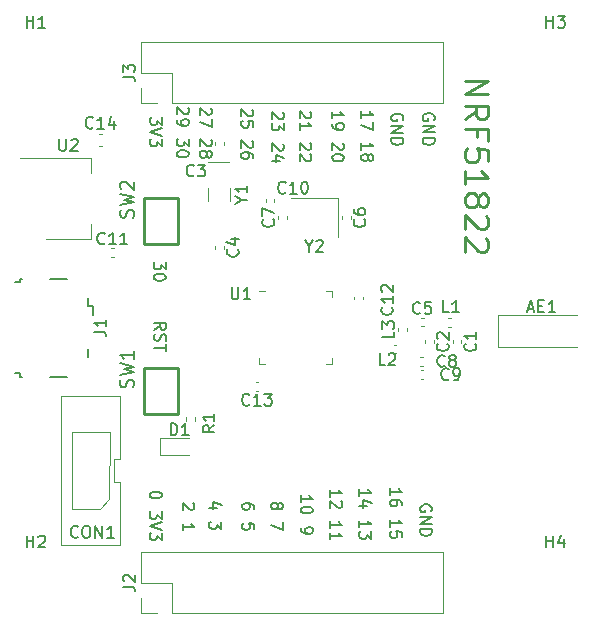
<source format=gbr>
%TF.GenerationSoftware,KiCad,Pcbnew,(5.1.12-1-10_14)*%
%TF.CreationDate,2022-01-30T11:33:22+08:00*%
%TF.ProjectId,nrf51822_devboard,6e726635-3138-4323-925f-646576626f61,rev?*%
%TF.SameCoordinates,Original*%
%TF.FileFunction,Legend,Top*%
%TF.FilePolarity,Positive*%
%FSLAX46Y46*%
G04 Gerber Fmt 4.6, Leading zero omitted, Abs format (unit mm)*
G04 Created by KiCad (PCBNEW (5.1.12-1-10_14)) date 2022-01-30 11:33:22*
%MOMM*%
%LPD*%
G01*
G04 APERTURE LIST*
%ADD10C,0.250000*%
%ADD11C,0.150000*%
%ADD12C,0.254000*%
%ADD13C,0.120000*%
%ADD14C,0.152400*%
G04 APERTURE END LIST*
D10*
X139315238Y-54119523D02*
X141315238Y-54119523D01*
X139315238Y-55262380D01*
X141315238Y-55262380D01*
X139315238Y-57357619D02*
X140267619Y-56690952D01*
X139315238Y-56214761D02*
X141315238Y-56214761D01*
X141315238Y-56976666D01*
X141220000Y-57167142D01*
X141124761Y-57262380D01*
X140934285Y-57357619D01*
X140648571Y-57357619D01*
X140458095Y-57262380D01*
X140362857Y-57167142D01*
X140267619Y-56976666D01*
X140267619Y-56214761D01*
X140362857Y-58881428D02*
X140362857Y-58214761D01*
X139315238Y-58214761D02*
X141315238Y-58214761D01*
X141315238Y-59167142D01*
X141315238Y-60881428D02*
X141315238Y-59929047D01*
X140362857Y-59833809D01*
X140458095Y-59929047D01*
X140553333Y-60119523D01*
X140553333Y-60595714D01*
X140458095Y-60786190D01*
X140362857Y-60881428D01*
X140172380Y-60976666D01*
X139696190Y-60976666D01*
X139505714Y-60881428D01*
X139410476Y-60786190D01*
X139315238Y-60595714D01*
X139315238Y-60119523D01*
X139410476Y-59929047D01*
X139505714Y-59833809D01*
X139315238Y-62881428D02*
X139315238Y-61738571D01*
X139315238Y-62310000D02*
X141315238Y-62310000D01*
X141029523Y-62119523D01*
X140839047Y-61929047D01*
X140743809Y-61738571D01*
X140458095Y-64024285D02*
X140553333Y-63833809D01*
X140648571Y-63738571D01*
X140839047Y-63643333D01*
X140934285Y-63643333D01*
X141124761Y-63738571D01*
X141220000Y-63833809D01*
X141315238Y-64024285D01*
X141315238Y-64405238D01*
X141220000Y-64595714D01*
X141124761Y-64690952D01*
X140934285Y-64786190D01*
X140839047Y-64786190D01*
X140648571Y-64690952D01*
X140553333Y-64595714D01*
X140458095Y-64405238D01*
X140458095Y-64024285D01*
X140362857Y-63833809D01*
X140267619Y-63738571D01*
X140077142Y-63643333D01*
X139696190Y-63643333D01*
X139505714Y-63738571D01*
X139410476Y-63833809D01*
X139315238Y-64024285D01*
X139315238Y-64405238D01*
X139410476Y-64595714D01*
X139505714Y-64690952D01*
X139696190Y-64786190D01*
X140077142Y-64786190D01*
X140267619Y-64690952D01*
X140362857Y-64595714D01*
X140458095Y-64405238D01*
X141124761Y-65548095D02*
X141220000Y-65643333D01*
X141315238Y-65833809D01*
X141315238Y-66310000D01*
X141220000Y-66500476D01*
X141124761Y-66595714D01*
X140934285Y-66690952D01*
X140743809Y-66690952D01*
X140458095Y-66595714D01*
X139315238Y-65452857D01*
X139315238Y-66690952D01*
X141124761Y-67452857D02*
X141220000Y-67548095D01*
X141315238Y-67738571D01*
X141315238Y-68214761D01*
X141220000Y-68405238D01*
X141124761Y-68500476D01*
X140934285Y-68595714D01*
X140743809Y-68595714D01*
X140458095Y-68500476D01*
X139315238Y-67357619D01*
X139315238Y-68595714D01*
D11*
X113047619Y-75162380D02*
X113523809Y-74829047D01*
X113047619Y-74590952D02*
X114047619Y-74590952D01*
X114047619Y-74971904D01*
X114000000Y-75067142D01*
X113952380Y-75114761D01*
X113857142Y-75162380D01*
X113714285Y-75162380D01*
X113619047Y-75114761D01*
X113571428Y-75067142D01*
X113523809Y-74971904D01*
X113523809Y-74590952D01*
X113095238Y-75543333D02*
X113047619Y-75686190D01*
X113047619Y-75924285D01*
X113095238Y-76019523D01*
X113142857Y-76067142D01*
X113238095Y-76114761D01*
X113333333Y-76114761D01*
X113428571Y-76067142D01*
X113476190Y-76019523D01*
X113523809Y-75924285D01*
X113571428Y-75733809D01*
X113619047Y-75638571D01*
X113666666Y-75590952D01*
X113761904Y-75543333D01*
X113857142Y-75543333D01*
X113952380Y-75590952D01*
X114000000Y-75638571D01*
X114047619Y-75733809D01*
X114047619Y-75971904D01*
X114000000Y-76114761D01*
X114047619Y-76400476D02*
X114047619Y-76971904D01*
X113047619Y-76686190D02*
X114047619Y-76686190D01*
X114007619Y-69450476D02*
X114007619Y-70069523D01*
X113626666Y-69736190D01*
X113626666Y-69879047D01*
X113579047Y-69974285D01*
X113531428Y-70021904D01*
X113436190Y-70069523D01*
X113198095Y-70069523D01*
X113102857Y-70021904D01*
X113055238Y-69974285D01*
X113007619Y-69879047D01*
X113007619Y-69593333D01*
X113055238Y-69498095D01*
X113102857Y-69450476D01*
X114007619Y-70688571D02*
X114007619Y-70783809D01*
X113960000Y-70879047D01*
X113912380Y-70926666D01*
X113817142Y-70974285D01*
X113626666Y-71021904D01*
X113388571Y-71021904D01*
X113198095Y-70974285D01*
X113102857Y-70926666D01*
X113055238Y-70879047D01*
X113007619Y-70783809D01*
X113007619Y-70688571D01*
X113055238Y-70593333D01*
X113102857Y-70545714D01*
X113198095Y-70498095D01*
X113388571Y-70450476D01*
X113626666Y-70450476D01*
X113817142Y-70498095D01*
X113912380Y-70545714D01*
X113960000Y-70593333D01*
X114007619Y-70688571D01*
X113657619Y-89130476D02*
X113657619Y-89225714D01*
X113610000Y-89320952D01*
X113562380Y-89368571D01*
X113467142Y-89416190D01*
X113276666Y-89463809D01*
X113038571Y-89463809D01*
X112848095Y-89416190D01*
X112752857Y-89368571D01*
X112705238Y-89320952D01*
X112657619Y-89225714D01*
X112657619Y-89130476D01*
X112705238Y-89035238D01*
X112752857Y-88987619D01*
X112848095Y-88940000D01*
X113038571Y-88892380D01*
X113276666Y-88892380D01*
X113467142Y-88940000D01*
X113562380Y-88987619D01*
X113610000Y-89035238D01*
X113657619Y-89130476D01*
X113657619Y-90559047D02*
X113657619Y-91178095D01*
X113276666Y-90844761D01*
X113276666Y-90987619D01*
X113229047Y-91082857D01*
X113181428Y-91130476D01*
X113086190Y-91178095D01*
X112848095Y-91178095D01*
X112752857Y-91130476D01*
X112705238Y-91082857D01*
X112657619Y-90987619D01*
X112657619Y-90701904D01*
X112705238Y-90606666D01*
X112752857Y-90559047D01*
X113657619Y-91463809D02*
X112657619Y-91797142D01*
X113657619Y-92130476D01*
X113657619Y-92368571D02*
X113657619Y-92987619D01*
X113276666Y-92654285D01*
X113276666Y-92797142D01*
X113229047Y-92892380D01*
X113181428Y-92940000D01*
X113086190Y-92987619D01*
X112848095Y-92987619D01*
X112752857Y-92940000D01*
X112705238Y-92892380D01*
X112657619Y-92797142D01*
X112657619Y-92511428D01*
X112705238Y-92416190D01*
X112752857Y-92368571D01*
X116342380Y-89877142D02*
X116390000Y-89924761D01*
X116437619Y-90020000D01*
X116437619Y-90258095D01*
X116390000Y-90353333D01*
X116342380Y-90400952D01*
X116247142Y-90448571D01*
X116151904Y-90448571D01*
X116009047Y-90400952D01*
X115437619Y-89829523D01*
X115437619Y-90448571D01*
X115437619Y-92162857D02*
X115437619Y-91591428D01*
X115437619Y-91877142D02*
X116437619Y-91877142D01*
X116294761Y-91781904D01*
X116199523Y-91686666D01*
X116151904Y-91591428D01*
X118384285Y-90243333D02*
X117717619Y-90243333D01*
X118765238Y-90005238D02*
X118050952Y-89767142D01*
X118050952Y-90386190D01*
X118717619Y-91433809D02*
X118717619Y-92052857D01*
X118336666Y-91719523D01*
X118336666Y-91862380D01*
X118289047Y-91957619D01*
X118241428Y-92005238D01*
X118146190Y-92052857D01*
X117908095Y-92052857D01*
X117812857Y-92005238D01*
X117765238Y-91957619D01*
X117717619Y-91862380D01*
X117717619Y-91576666D01*
X117765238Y-91481428D01*
X117812857Y-91433809D01*
X121507619Y-90323333D02*
X121507619Y-90132857D01*
X121460000Y-90037619D01*
X121412380Y-89990000D01*
X121269523Y-89894761D01*
X121079047Y-89847142D01*
X120698095Y-89847142D01*
X120602857Y-89894761D01*
X120555238Y-89942380D01*
X120507619Y-90037619D01*
X120507619Y-90228095D01*
X120555238Y-90323333D01*
X120602857Y-90370952D01*
X120698095Y-90418571D01*
X120936190Y-90418571D01*
X121031428Y-90370952D01*
X121079047Y-90323333D01*
X121126666Y-90228095D01*
X121126666Y-90037619D01*
X121079047Y-89942380D01*
X121031428Y-89894761D01*
X120936190Y-89847142D01*
X121507619Y-92085238D02*
X121507619Y-91609047D01*
X121031428Y-91561428D01*
X121079047Y-91609047D01*
X121126666Y-91704285D01*
X121126666Y-91942380D01*
X121079047Y-92037619D01*
X121031428Y-92085238D01*
X120936190Y-92132857D01*
X120698095Y-92132857D01*
X120602857Y-92085238D01*
X120555238Y-92037619D01*
X120507619Y-91942380D01*
X120507619Y-91704285D01*
X120555238Y-91609047D01*
X120602857Y-91561428D01*
X123509047Y-90017619D02*
X123556666Y-89922380D01*
X123604285Y-89874761D01*
X123699523Y-89827142D01*
X123747142Y-89827142D01*
X123842380Y-89874761D01*
X123890000Y-89922380D01*
X123937619Y-90017619D01*
X123937619Y-90208095D01*
X123890000Y-90303333D01*
X123842380Y-90350952D01*
X123747142Y-90398571D01*
X123699523Y-90398571D01*
X123604285Y-90350952D01*
X123556666Y-90303333D01*
X123509047Y-90208095D01*
X123509047Y-90017619D01*
X123461428Y-89922380D01*
X123413809Y-89874761D01*
X123318571Y-89827142D01*
X123128095Y-89827142D01*
X123032857Y-89874761D01*
X122985238Y-89922380D01*
X122937619Y-90017619D01*
X122937619Y-90208095D01*
X122985238Y-90303333D01*
X123032857Y-90350952D01*
X123128095Y-90398571D01*
X123318571Y-90398571D01*
X123413809Y-90350952D01*
X123461428Y-90303333D01*
X123509047Y-90208095D01*
X123937619Y-91493809D02*
X123937619Y-92160476D01*
X122937619Y-91731904D01*
X125457619Y-89782380D02*
X125457619Y-89210952D01*
X125457619Y-89496666D02*
X126457619Y-89496666D01*
X126314761Y-89401428D01*
X126219523Y-89306190D01*
X126171904Y-89210952D01*
X126457619Y-90401428D02*
X126457619Y-90496666D01*
X126410000Y-90591904D01*
X126362380Y-90639523D01*
X126267142Y-90687142D01*
X126076666Y-90734761D01*
X125838571Y-90734761D01*
X125648095Y-90687142D01*
X125552857Y-90639523D01*
X125505238Y-90591904D01*
X125457619Y-90496666D01*
X125457619Y-90401428D01*
X125505238Y-90306190D01*
X125552857Y-90258571D01*
X125648095Y-90210952D01*
X125838571Y-90163333D01*
X126076666Y-90163333D01*
X126267142Y-90210952D01*
X126362380Y-90258571D01*
X126410000Y-90306190D01*
X126457619Y-90401428D01*
X125457619Y-91972857D02*
X125457619Y-92163333D01*
X125505238Y-92258571D01*
X125552857Y-92306190D01*
X125695714Y-92401428D01*
X125886190Y-92449047D01*
X126267142Y-92449047D01*
X126362380Y-92401428D01*
X126410000Y-92353809D01*
X126457619Y-92258571D01*
X126457619Y-92068095D01*
X126410000Y-91972857D01*
X126362380Y-91925238D01*
X126267142Y-91877619D01*
X126029047Y-91877619D01*
X125933809Y-91925238D01*
X125886190Y-91972857D01*
X125838571Y-92068095D01*
X125838571Y-92258571D01*
X125886190Y-92353809D01*
X125933809Y-92401428D01*
X126029047Y-92449047D01*
X127947619Y-89306190D02*
X127947619Y-88734761D01*
X127947619Y-89020476D02*
X128947619Y-89020476D01*
X128804761Y-88925238D01*
X128709523Y-88830000D01*
X128661904Y-88734761D01*
X128852380Y-89687142D02*
X128900000Y-89734761D01*
X128947619Y-89830000D01*
X128947619Y-90068095D01*
X128900000Y-90163333D01*
X128852380Y-90210952D01*
X128757142Y-90258571D01*
X128661904Y-90258571D01*
X128519047Y-90210952D01*
X127947619Y-89639523D01*
X127947619Y-90258571D01*
X127947619Y-91972857D02*
X127947619Y-91401428D01*
X127947619Y-91687142D02*
X128947619Y-91687142D01*
X128804761Y-91591904D01*
X128709523Y-91496666D01*
X128661904Y-91401428D01*
X127947619Y-92925238D02*
X127947619Y-92353809D01*
X127947619Y-92639523D02*
X128947619Y-92639523D01*
X128804761Y-92544285D01*
X128709523Y-92449047D01*
X128661904Y-92353809D01*
X130417619Y-89256190D02*
X130417619Y-88684761D01*
X130417619Y-88970476D02*
X131417619Y-88970476D01*
X131274761Y-88875238D01*
X131179523Y-88780000D01*
X131131904Y-88684761D01*
X131084285Y-90113333D02*
X130417619Y-90113333D01*
X131465238Y-89875238D02*
X130750952Y-89637142D01*
X130750952Y-90256190D01*
X130417619Y-91922857D02*
X130417619Y-91351428D01*
X130417619Y-91637142D02*
X131417619Y-91637142D01*
X131274761Y-91541904D01*
X131179523Y-91446666D01*
X131131904Y-91351428D01*
X131417619Y-92256190D02*
X131417619Y-92875238D01*
X131036666Y-92541904D01*
X131036666Y-92684761D01*
X130989047Y-92780000D01*
X130941428Y-92827619D01*
X130846190Y-92875238D01*
X130608095Y-92875238D01*
X130512857Y-92827619D01*
X130465238Y-92780000D01*
X130417619Y-92684761D01*
X130417619Y-92399047D01*
X130465238Y-92303809D01*
X130512857Y-92256190D01*
X133007619Y-89176190D02*
X133007619Y-88604761D01*
X133007619Y-88890476D02*
X134007619Y-88890476D01*
X133864761Y-88795238D01*
X133769523Y-88700000D01*
X133721904Y-88604761D01*
X134007619Y-90033333D02*
X134007619Y-89842857D01*
X133960000Y-89747619D01*
X133912380Y-89700000D01*
X133769523Y-89604761D01*
X133579047Y-89557142D01*
X133198095Y-89557142D01*
X133102857Y-89604761D01*
X133055238Y-89652380D01*
X133007619Y-89747619D01*
X133007619Y-89938095D01*
X133055238Y-90033333D01*
X133102857Y-90080952D01*
X133198095Y-90128571D01*
X133436190Y-90128571D01*
X133531428Y-90080952D01*
X133579047Y-90033333D01*
X133626666Y-89938095D01*
X133626666Y-89747619D01*
X133579047Y-89652380D01*
X133531428Y-89604761D01*
X133436190Y-89557142D01*
X133007619Y-91842857D02*
X133007619Y-91271428D01*
X133007619Y-91557142D02*
X134007619Y-91557142D01*
X133864761Y-91461904D01*
X133769523Y-91366666D01*
X133721904Y-91271428D01*
X134007619Y-92747619D02*
X134007619Y-92271428D01*
X133531428Y-92223809D01*
X133579047Y-92271428D01*
X133626666Y-92366666D01*
X133626666Y-92604761D01*
X133579047Y-92700000D01*
X133531428Y-92747619D01*
X133436190Y-92795238D01*
X133198095Y-92795238D01*
X133102857Y-92747619D01*
X133055238Y-92700000D01*
X133007619Y-92604761D01*
X133007619Y-92366666D01*
X133055238Y-92271428D01*
X133102857Y-92223809D01*
X136510000Y-90548095D02*
X136557619Y-90452857D01*
X136557619Y-90310000D01*
X136510000Y-90167142D01*
X136414761Y-90071904D01*
X136319523Y-90024285D01*
X136129047Y-89976666D01*
X135986190Y-89976666D01*
X135795714Y-90024285D01*
X135700476Y-90071904D01*
X135605238Y-90167142D01*
X135557619Y-90310000D01*
X135557619Y-90405238D01*
X135605238Y-90548095D01*
X135652857Y-90595714D01*
X135986190Y-90595714D01*
X135986190Y-90405238D01*
X135557619Y-91024285D02*
X136557619Y-91024285D01*
X135557619Y-91595714D01*
X136557619Y-91595714D01*
X135557619Y-92071904D02*
X136557619Y-92071904D01*
X136557619Y-92310000D01*
X136510000Y-92452857D01*
X136414761Y-92548095D01*
X136319523Y-92595714D01*
X136129047Y-92643333D01*
X135986190Y-92643333D01*
X135795714Y-92595714D01*
X135700476Y-92548095D01*
X135605238Y-92452857D01*
X135557619Y-92310000D01*
X135557619Y-92071904D01*
X113677619Y-57201904D02*
X113677619Y-57820952D01*
X113296666Y-57487619D01*
X113296666Y-57630476D01*
X113249047Y-57725714D01*
X113201428Y-57773333D01*
X113106190Y-57820952D01*
X112868095Y-57820952D01*
X112772857Y-57773333D01*
X112725238Y-57725714D01*
X112677619Y-57630476D01*
X112677619Y-57344761D01*
X112725238Y-57249523D01*
X112772857Y-57201904D01*
X113677619Y-58106666D02*
X112677619Y-58440000D01*
X113677619Y-58773333D01*
X113677619Y-59011428D02*
X113677619Y-59630476D01*
X113296666Y-59297142D01*
X113296666Y-59440000D01*
X113249047Y-59535238D01*
X113201428Y-59582857D01*
X113106190Y-59630476D01*
X112868095Y-59630476D01*
X112772857Y-59582857D01*
X112725238Y-59535238D01*
X112677619Y-59440000D01*
X112677619Y-59154285D01*
X112725238Y-59059047D01*
X112772857Y-59011428D01*
X115862380Y-56384761D02*
X115910000Y-56432380D01*
X115957619Y-56527619D01*
X115957619Y-56765714D01*
X115910000Y-56860952D01*
X115862380Y-56908571D01*
X115767142Y-56956190D01*
X115671904Y-56956190D01*
X115529047Y-56908571D01*
X114957619Y-56337142D01*
X114957619Y-56956190D01*
X114957619Y-57432380D02*
X114957619Y-57622857D01*
X115005238Y-57718095D01*
X115052857Y-57765714D01*
X115195714Y-57860952D01*
X115386190Y-57908571D01*
X115767142Y-57908571D01*
X115862380Y-57860952D01*
X115910000Y-57813333D01*
X115957619Y-57718095D01*
X115957619Y-57527619D01*
X115910000Y-57432380D01*
X115862380Y-57384761D01*
X115767142Y-57337142D01*
X115529047Y-57337142D01*
X115433809Y-57384761D01*
X115386190Y-57432380D01*
X115338571Y-57527619D01*
X115338571Y-57718095D01*
X115386190Y-57813333D01*
X115433809Y-57860952D01*
X115529047Y-57908571D01*
X115957619Y-59003809D02*
X115957619Y-59622857D01*
X115576666Y-59289523D01*
X115576666Y-59432380D01*
X115529047Y-59527619D01*
X115481428Y-59575238D01*
X115386190Y-59622857D01*
X115148095Y-59622857D01*
X115052857Y-59575238D01*
X115005238Y-59527619D01*
X114957619Y-59432380D01*
X114957619Y-59146666D01*
X115005238Y-59051428D01*
X115052857Y-59003809D01*
X115957619Y-60241904D02*
X115957619Y-60337142D01*
X115910000Y-60432380D01*
X115862380Y-60480000D01*
X115767142Y-60527619D01*
X115576666Y-60575238D01*
X115338571Y-60575238D01*
X115148095Y-60527619D01*
X115052857Y-60480000D01*
X115005238Y-60432380D01*
X114957619Y-60337142D01*
X114957619Y-60241904D01*
X115005238Y-60146666D01*
X115052857Y-60099047D01*
X115148095Y-60051428D01*
X115338571Y-60003809D01*
X115576666Y-60003809D01*
X115767142Y-60051428D01*
X115862380Y-60099047D01*
X115910000Y-60146666D01*
X115957619Y-60241904D01*
X117812380Y-56414761D02*
X117860000Y-56462380D01*
X117907619Y-56557619D01*
X117907619Y-56795714D01*
X117860000Y-56890952D01*
X117812380Y-56938571D01*
X117717142Y-56986190D01*
X117621904Y-56986190D01*
X117479047Y-56938571D01*
X116907619Y-56367142D01*
X116907619Y-56986190D01*
X117907619Y-57319523D02*
X117907619Y-57986190D01*
X116907619Y-57557619D01*
X117812380Y-59081428D02*
X117860000Y-59129047D01*
X117907619Y-59224285D01*
X117907619Y-59462380D01*
X117860000Y-59557619D01*
X117812380Y-59605238D01*
X117717142Y-59652857D01*
X117621904Y-59652857D01*
X117479047Y-59605238D01*
X116907619Y-59033809D01*
X116907619Y-59652857D01*
X117479047Y-60224285D02*
X117526666Y-60129047D01*
X117574285Y-60081428D01*
X117669523Y-60033809D01*
X117717142Y-60033809D01*
X117812380Y-60081428D01*
X117860000Y-60129047D01*
X117907619Y-60224285D01*
X117907619Y-60414761D01*
X117860000Y-60510000D01*
X117812380Y-60557619D01*
X117717142Y-60605238D01*
X117669523Y-60605238D01*
X117574285Y-60557619D01*
X117526666Y-60510000D01*
X117479047Y-60414761D01*
X117479047Y-60224285D01*
X117431428Y-60129047D01*
X117383809Y-60081428D01*
X117288571Y-60033809D01*
X117098095Y-60033809D01*
X117002857Y-60081428D01*
X116955238Y-60129047D01*
X116907619Y-60224285D01*
X116907619Y-60414761D01*
X116955238Y-60510000D01*
X117002857Y-60557619D01*
X117098095Y-60605238D01*
X117288571Y-60605238D01*
X117383809Y-60557619D01*
X117431428Y-60510000D01*
X117479047Y-60414761D01*
X121332380Y-56534761D02*
X121380000Y-56582380D01*
X121427619Y-56677619D01*
X121427619Y-56915714D01*
X121380000Y-57010952D01*
X121332380Y-57058571D01*
X121237142Y-57106190D01*
X121141904Y-57106190D01*
X120999047Y-57058571D01*
X120427619Y-56487142D01*
X120427619Y-57106190D01*
X121427619Y-58010952D02*
X121427619Y-57534761D01*
X120951428Y-57487142D01*
X120999047Y-57534761D01*
X121046666Y-57630000D01*
X121046666Y-57868095D01*
X120999047Y-57963333D01*
X120951428Y-58010952D01*
X120856190Y-58058571D01*
X120618095Y-58058571D01*
X120522857Y-58010952D01*
X120475238Y-57963333D01*
X120427619Y-57868095D01*
X120427619Y-57630000D01*
X120475238Y-57534761D01*
X120522857Y-57487142D01*
X121332380Y-59201428D02*
X121380000Y-59249047D01*
X121427619Y-59344285D01*
X121427619Y-59582380D01*
X121380000Y-59677619D01*
X121332380Y-59725238D01*
X121237142Y-59772857D01*
X121141904Y-59772857D01*
X120999047Y-59725238D01*
X120427619Y-59153809D01*
X120427619Y-59772857D01*
X121427619Y-60630000D02*
X121427619Y-60439523D01*
X121380000Y-60344285D01*
X121332380Y-60296666D01*
X121189523Y-60201428D01*
X120999047Y-60153809D01*
X120618095Y-60153809D01*
X120522857Y-60201428D01*
X120475238Y-60249047D01*
X120427619Y-60344285D01*
X120427619Y-60534761D01*
X120475238Y-60630000D01*
X120522857Y-60677619D01*
X120618095Y-60725238D01*
X120856190Y-60725238D01*
X120951428Y-60677619D01*
X120999047Y-60630000D01*
X121046666Y-60534761D01*
X121046666Y-60344285D01*
X120999047Y-60249047D01*
X120951428Y-60201428D01*
X120856190Y-60153809D01*
X123902380Y-56774761D02*
X123950000Y-56822380D01*
X123997619Y-56917619D01*
X123997619Y-57155714D01*
X123950000Y-57250952D01*
X123902380Y-57298571D01*
X123807142Y-57346190D01*
X123711904Y-57346190D01*
X123569047Y-57298571D01*
X122997619Y-56727142D01*
X122997619Y-57346190D01*
X123997619Y-57679523D02*
X123997619Y-58298571D01*
X123616666Y-57965238D01*
X123616666Y-58108095D01*
X123569047Y-58203333D01*
X123521428Y-58250952D01*
X123426190Y-58298571D01*
X123188095Y-58298571D01*
X123092857Y-58250952D01*
X123045238Y-58203333D01*
X122997619Y-58108095D01*
X122997619Y-57822380D01*
X123045238Y-57727142D01*
X123092857Y-57679523D01*
X123902380Y-59441428D02*
X123950000Y-59489047D01*
X123997619Y-59584285D01*
X123997619Y-59822380D01*
X123950000Y-59917619D01*
X123902380Y-59965238D01*
X123807142Y-60012857D01*
X123711904Y-60012857D01*
X123569047Y-59965238D01*
X122997619Y-59393809D01*
X122997619Y-60012857D01*
X123664285Y-60870000D02*
X122997619Y-60870000D01*
X124045238Y-60631904D02*
X123330952Y-60393809D01*
X123330952Y-61012857D01*
X126252380Y-56714761D02*
X126300000Y-56762380D01*
X126347619Y-56857619D01*
X126347619Y-57095714D01*
X126300000Y-57190952D01*
X126252380Y-57238571D01*
X126157142Y-57286190D01*
X126061904Y-57286190D01*
X125919047Y-57238571D01*
X125347619Y-56667142D01*
X125347619Y-57286190D01*
X125347619Y-58238571D02*
X125347619Y-57667142D01*
X125347619Y-57952857D02*
X126347619Y-57952857D01*
X126204761Y-57857619D01*
X126109523Y-57762380D01*
X126061904Y-57667142D01*
X126252380Y-59381428D02*
X126300000Y-59429047D01*
X126347619Y-59524285D01*
X126347619Y-59762380D01*
X126300000Y-59857619D01*
X126252380Y-59905238D01*
X126157142Y-59952857D01*
X126061904Y-59952857D01*
X125919047Y-59905238D01*
X125347619Y-59333809D01*
X125347619Y-59952857D01*
X126252380Y-60333809D02*
X126300000Y-60381428D01*
X126347619Y-60476666D01*
X126347619Y-60714761D01*
X126300000Y-60810000D01*
X126252380Y-60857619D01*
X126157142Y-60905238D01*
X126061904Y-60905238D01*
X125919047Y-60857619D01*
X125347619Y-60286190D01*
X125347619Y-60905238D01*
X128087619Y-57286190D02*
X128087619Y-56714761D01*
X128087619Y-57000476D02*
X129087619Y-57000476D01*
X128944761Y-56905238D01*
X128849523Y-56810000D01*
X128801904Y-56714761D01*
X128087619Y-57762380D02*
X128087619Y-57952857D01*
X128135238Y-58048095D01*
X128182857Y-58095714D01*
X128325714Y-58190952D01*
X128516190Y-58238571D01*
X128897142Y-58238571D01*
X128992380Y-58190952D01*
X129040000Y-58143333D01*
X129087619Y-58048095D01*
X129087619Y-57857619D01*
X129040000Y-57762380D01*
X128992380Y-57714761D01*
X128897142Y-57667142D01*
X128659047Y-57667142D01*
X128563809Y-57714761D01*
X128516190Y-57762380D01*
X128468571Y-57857619D01*
X128468571Y-58048095D01*
X128516190Y-58143333D01*
X128563809Y-58190952D01*
X128659047Y-58238571D01*
X128992380Y-59381428D02*
X129040000Y-59429047D01*
X129087619Y-59524285D01*
X129087619Y-59762380D01*
X129040000Y-59857619D01*
X128992380Y-59905238D01*
X128897142Y-59952857D01*
X128801904Y-59952857D01*
X128659047Y-59905238D01*
X128087619Y-59333809D01*
X128087619Y-59952857D01*
X129087619Y-60571904D02*
X129087619Y-60667142D01*
X129040000Y-60762380D01*
X128992380Y-60810000D01*
X128897142Y-60857619D01*
X128706666Y-60905238D01*
X128468571Y-60905238D01*
X128278095Y-60857619D01*
X128182857Y-60810000D01*
X128135238Y-60762380D01*
X128087619Y-60667142D01*
X128087619Y-60571904D01*
X128135238Y-60476666D01*
X128182857Y-60429047D01*
X128278095Y-60381428D01*
X128468571Y-60333809D01*
X128706666Y-60333809D01*
X128897142Y-60381428D01*
X128992380Y-60429047D01*
X129040000Y-60476666D01*
X129087619Y-60571904D01*
X130587619Y-57266190D02*
X130587619Y-56694761D01*
X130587619Y-56980476D02*
X131587619Y-56980476D01*
X131444761Y-56885238D01*
X131349523Y-56790000D01*
X131301904Y-56694761D01*
X131587619Y-57599523D02*
X131587619Y-58266190D01*
X130587619Y-57837619D01*
X130587619Y-59932857D02*
X130587619Y-59361428D01*
X130587619Y-59647142D02*
X131587619Y-59647142D01*
X131444761Y-59551904D01*
X131349523Y-59456666D01*
X131301904Y-59361428D01*
X131159047Y-60504285D02*
X131206666Y-60409047D01*
X131254285Y-60361428D01*
X131349523Y-60313809D01*
X131397142Y-60313809D01*
X131492380Y-60361428D01*
X131540000Y-60409047D01*
X131587619Y-60504285D01*
X131587619Y-60694761D01*
X131540000Y-60790000D01*
X131492380Y-60837619D01*
X131397142Y-60885238D01*
X131349523Y-60885238D01*
X131254285Y-60837619D01*
X131206666Y-60790000D01*
X131159047Y-60694761D01*
X131159047Y-60504285D01*
X131111428Y-60409047D01*
X131063809Y-60361428D01*
X130968571Y-60313809D01*
X130778095Y-60313809D01*
X130682857Y-60361428D01*
X130635238Y-60409047D01*
X130587619Y-60504285D01*
X130587619Y-60694761D01*
X130635238Y-60790000D01*
X130682857Y-60837619D01*
X130778095Y-60885238D01*
X130968571Y-60885238D01*
X131063809Y-60837619D01*
X131111428Y-60790000D01*
X131159047Y-60694761D01*
X134080000Y-57448095D02*
X134127619Y-57352857D01*
X134127619Y-57210000D01*
X134080000Y-57067142D01*
X133984761Y-56971904D01*
X133889523Y-56924285D01*
X133699047Y-56876666D01*
X133556190Y-56876666D01*
X133365714Y-56924285D01*
X133270476Y-56971904D01*
X133175238Y-57067142D01*
X133127619Y-57210000D01*
X133127619Y-57305238D01*
X133175238Y-57448095D01*
X133222857Y-57495714D01*
X133556190Y-57495714D01*
X133556190Y-57305238D01*
X133127619Y-57924285D02*
X134127619Y-57924285D01*
X133127619Y-58495714D01*
X134127619Y-58495714D01*
X133127619Y-58971904D02*
X134127619Y-58971904D01*
X134127619Y-59210000D01*
X134080000Y-59352857D01*
X133984761Y-59448095D01*
X133889523Y-59495714D01*
X133699047Y-59543333D01*
X133556190Y-59543333D01*
X133365714Y-59495714D01*
X133270476Y-59448095D01*
X133175238Y-59352857D01*
X133127619Y-59210000D01*
X133127619Y-58971904D01*
X136730000Y-57428095D02*
X136777619Y-57332857D01*
X136777619Y-57190000D01*
X136730000Y-57047142D01*
X136634761Y-56951904D01*
X136539523Y-56904285D01*
X136349047Y-56856666D01*
X136206190Y-56856666D01*
X136015714Y-56904285D01*
X135920476Y-56951904D01*
X135825238Y-57047142D01*
X135777619Y-57190000D01*
X135777619Y-57285238D01*
X135825238Y-57428095D01*
X135872857Y-57475714D01*
X136206190Y-57475714D01*
X136206190Y-57285238D01*
X135777619Y-57904285D02*
X136777619Y-57904285D01*
X135777619Y-58475714D01*
X136777619Y-58475714D01*
X135777619Y-58951904D02*
X136777619Y-58951904D01*
X136777619Y-59190000D01*
X136730000Y-59332857D01*
X136634761Y-59428095D01*
X136539523Y-59475714D01*
X136349047Y-59523333D01*
X136206190Y-59523333D01*
X136015714Y-59475714D01*
X135920476Y-59428095D01*
X135825238Y-59332857D01*
X135777619Y-59190000D01*
X135777619Y-58951904D01*
D12*
%TO.C,SW2*%
X112149914Y-67949958D02*
X112149914Y-64050042D01*
X112149914Y-64050042D02*
X115049832Y-64050042D01*
X115049832Y-64050042D02*
X115049832Y-67949958D01*
X115049832Y-67949958D02*
X112149914Y-67949958D01*
X115059992Y-66855726D02*
X115059992Y-65155704D01*
%TO.C,SW1*%
X112149914Y-82319958D02*
X112149914Y-78420042D01*
X112149914Y-78420042D02*
X115049832Y-78420042D01*
X115049832Y-78420042D02*
X115049832Y-82319958D01*
X115049832Y-82319958D02*
X112149914Y-82319958D01*
X115059992Y-81225726D02*
X115059992Y-79525704D01*
D13*
%TO.C,R1*%
X115690000Y-82917621D02*
X115690000Y-82582379D01*
X116450000Y-82917621D02*
X116450000Y-82582379D01*
%TO.C,D1*%
X115960000Y-84355000D02*
X113500000Y-84355000D01*
X113500000Y-84355000D02*
X113500000Y-85825000D01*
X113500000Y-85825000D02*
X115960000Y-85825000D01*
%TO.C,J3*%
X111960000Y-56010000D02*
X111960000Y-54680000D01*
X113290000Y-56010000D02*
X111960000Y-56010000D01*
X111960000Y-53410000D02*
X111960000Y-50810000D01*
X114560000Y-53410000D02*
X111960000Y-53410000D01*
X114560000Y-56010000D02*
X114560000Y-53410000D01*
X111960000Y-50810000D02*
X137480000Y-50810000D01*
X114560000Y-56010000D02*
X137480000Y-56010000D01*
X137480000Y-56010000D02*
X137480000Y-50810000D01*
%TO.C,J2*%
X111960000Y-99190000D02*
X111960000Y-97860000D01*
X113290000Y-99190000D02*
X111960000Y-99190000D01*
X111960000Y-96590000D02*
X111960000Y-93990000D01*
X114560000Y-96590000D02*
X111960000Y-96590000D01*
X114560000Y-99190000D02*
X114560000Y-96590000D01*
X111960000Y-93990000D02*
X137480000Y-93990000D01*
X114560000Y-99190000D02*
X137480000Y-99190000D01*
X137480000Y-99190000D02*
X137480000Y-93990000D01*
%TO.C,Y2*%
X128600000Y-67340000D02*
X128600000Y-64040000D01*
X128600000Y-64040000D02*
X124600000Y-64040000D01*
%TO.C,Y1*%
X119460000Y-63150000D02*
X119460000Y-64250000D01*
X117560000Y-63150000D02*
X117560000Y-64250000D01*
X119410000Y-61000000D02*
X117610000Y-61000000D01*
D11*
%TO.C,J1*%
X105650000Y-70850000D02*
X104250000Y-70850000D01*
X101850000Y-70850000D02*
X101700000Y-70850000D01*
X101700000Y-70850000D02*
X101700000Y-71150000D01*
X101700000Y-71150000D02*
X101250000Y-71150000D01*
X101250000Y-78850000D02*
X101700000Y-78850000D01*
X101700000Y-78850000D02*
X101700000Y-79150000D01*
X101700000Y-79150000D02*
X101850000Y-79150000D01*
X104250000Y-79150000D02*
X105650000Y-79150000D01*
X107825000Y-73925000D02*
X107825000Y-73200000D01*
X107825000Y-73200000D02*
X107400000Y-73200000D01*
X107400000Y-73200000D02*
X107400000Y-72475000D01*
X107400000Y-76800000D02*
X107400000Y-77525000D01*
D13*
%TO.C,U2*%
X101660000Y-60680000D02*
X107670000Y-60680000D01*
X103910000Y-67500000D02*
X107670000Y-67500000D01*
X107670000Y-60680000D02*
X107670000Y-61940000D01*
X107670000Y-67500000D02*
X107670000Y-66240000D01*
%TO.C,CON1*%
X109220000Y-89540000D02*
X108450000Y-90370000D01*
X109220000Y-89530000D02*
X109260000Y-83865000D01*
X106732470Y-83865000D02*
X106090000Y-83865000D01*
X109260000Y-83865000D02*
X106710000Y-83870000D01*
X106090000Y-89005000D02*
X106090000Y-83865000D01*
X106090000Y-89600000D02*
X106090000Y-89005000D01*
X106090000Y-90400000D02*
X106090000Y-89640000D01*
X108420000Y-90400000D02*
X106090000Y-90400000D01*
X110140000Y-93415000D02*
X105140000Y-93415000D01*
X105140000Y-93415000D02*
X105140000Y-80765000D01*
X105140000Y-80765000D02*
X110140000Y-80765000D01*
X110140000Y-80765000D02*
X110140000Y-86090000D01*
X110140000Y-86090000D02*
X109640000Y-86090000D01*
X109640000Y-86090000D02*
X109640000Y-88090000D01*
X109640000Y-88090000D02*
X110140000Y-88090000D01*
X110140000Y-88090000D02*
X110140000Y-93415000D01*
%TO.C,AE1*%
X148830000Y-73940000D02*
X142120000Y-73940000D01*
X142120000Y-73940000D02*
X142120000Y-76660000D01*
X142120000Y-76660000D02*
X148830000Y-76660000D01*
%TO.C,L3*%
X134440000Y-75270200D02*
X134440000Y-75069800D01*
X133720000Y-75270200D02*
X133720000Y-75069800D01*
%TO.C,L2*%
X133349800Y-77190000D02*
X133550200Y-77190000D01*
X133349800Y-76470000D02*
X133550200Y-76470000D01*
%TO.C,L1*%
X138140200Y-74200000D02*
X137939800Y-74200000D01*
X138140200Y-74920000D02*
X137939800Y-74920000D01*
%TO.C,C14*%
X108343733Y-59640000D02*
X108636267Y-59640000D01*
X108343733Y-58620000D02*
X108636267Y-58620000D01*
%TO.C,C13*%
X121848335Y-79630000D02*
X121616665Y-79630000D01*
X121848335Y-80350000D02*
X121616665Y-80350000D01*
%TO.C,C12*%
X130710000Y-72615835D02*
X130710000Y-72384165D01*
X129990000Y-72615835D02*
X129990000Y-72384165D01*
%TO.C,C11*%
X109374165Y-69020000D02*
X109605835Y-69020000D01*
X109374165Y-68300000D02*
X109605835Y-68300000D01*
%TO.C,C10*%
X123200000Y-64355835D02*
X123200000Y-64124165D01*
X122480000Y-64355835D02*
X122480000Y-64124165D01*
%TO.C,C9*%
X135604165Y-79350000D02*
X135835835Y-79350000D01*
X135604165Y-78630000D02*
X135835835Y-78630000D01*
%TO.C,C8*%
X135574165Y-78230000D02*
X135805835Y-78230000D01*
X135574165Y-77510000D02*
X135805835Y-77510000D01*
%TO.C,C7*%
X124260000Y-65795835D02*
X124260000Y-65564165D01*
X123540000Y-65795835D02*
X123540000Y-65564165D01*
%TO.C,C6*%
X128950000Y-65564165D02*
X128950000Y-65795835D01*
X129670000Y-65564165D02*
X129670000Y-65795835D01*
%TO.C,C5*%
X135845835Y-74180000D02*
X135614165Y-74180000D01*
X135845835Y-74900000D02*
X135614165Y-74900000D01*
%TO.C,C4*%
X118220000Y-68084165D02*
X118220000Y-68315835D01*
X118940000Y-68084165D02*
X118940000Y-68315835D01*
%TO.C,C3*%
X118930000Y-59535835D02*
X118930000Y-59304165D01*
X118210000Y-59535835D02*
X118210000Y-59304165D01*
%TO.C,C2*%
X135990000Y-76064165D02*
X135990000Y-76295835D01*
X136710000Y-76064165D02*
X136710000Y-76295835D01*
%TO.C,C1*%
X138330000Y-76074165D02*
X138330000Y-76305835D01*
X139050000Y-76074165D02*
X139050000Y-76305835D01*
%TO.C,U1*%
X127560000Y-71890000D02*
X128110000Y-71890000D01*
X128110000Y-71890000D02*
X128110000Y-72440000D01*
X122440000Y-78110000D02*
X121890000Y-78110000D01*
X121890000Y-78110000D02*
X121890000Y-77560000D01*
X127560000Y-78110000D02*
X128110000Y-78110000D01*
X128110000Y-78110000D02*
X128110000Y-77560000D01*
X122440000Y-71890000D02*
X121890000Y-71890000D01*
%TO.C,SW2*%
D14*
X111232320Y-65683225D02*
X111286749Y-65519940D01*
X111286749Y-65247797D01*
X111232320Y-65138940D01*
X111177892Y-65084511D01*
X111069035Y-65030082D01*
X110960178Y-65030082D01*
X110851320Y-65084511D01*
X110796892Y-65138940D01*
X110742463Y-65247797D01*
X110688035Y-65465511D01*
X110633606Y-65574368D01*
X110579178Y-65628797D01*
X110470320Y-65683225D01*
X110361463Y-65683225D01*
X110252606Y-65628797D01*
X110198178Y-65574368D01*
X110143749Y-65465511D01*
X110143749Y-65193368D01*
X110198178Y-65030082D01*
X110143749Y-64649082D02*
X111286749Y-64376940D01*
X110470320Y-64159225D01*
X111286749Y-63941511D01*
X110143749Y-63669368D01*
X110252606Y-63288368D02*
X110198178Y-63233940D01*
X110143749Y-63125082D01*
X110143749Y-62852940D01*
X110198178Y-62744082D01*
X110252606Y-62689654D01*
X110361463Y-62635225D01*
X110470320Y-62635225D01*
X110633606Y-62689654D01*
X111286749Y-63342797D01*
X111286749Y-62635225D01*
%TO.C,SW1*%
X111232320Y-80053225D02*
X111286749Y-79889940D01*
X111286749Y-79617797D01*
X111232320Y-79508940D01*
X111177892Y-79454511D01*
X111069035Y-79400082D01*
X110960178Y-79400082D01*
X110851320Y-79454511D01*
X110796892Y-79508940D01*
X110742463Y-79617797D01*
X110688035Y-79835511D01*
X110633606Y-79944368D01*
X110579178Y-79998797D01*
X110470320Y-80053225D01*
X110361463Y-80053225D01*
X110252606Y-79998797D01*
X110198178Y-79944368D01*
X110143749Y-79835511D01*
X110143749Y-79563368D01*
X110198178Y-79400082D01*
X110143749Y-79019082D02*
X111286749Y-78746940D01*
X110470320Y-78529225D01*
X111286749Y-78311511D01*
X110143749Y-78039368D01*
X111286749Y-77005225D02*
X111286749Y-77658368D01*
X111286749Y-77331797D02*
X110143749Y-77331797D01*
X110307035Y-77440654D01*
X110415892Y-77549511D01*
X110470320Y-77658368D01*
%TO.C,H3*%
D11*
X146238095Y-49602380D02*
X146238095Y-48602380D01*
X146238095Y-49078571D02*
X146809523Y-49078571D01*
X146809523Y-49602380D02*
X146809523Y-48602380D01*
X147190476Y-48602380D02*
X147809523Y-48602380D01*
X147476190Y-48983333D01*
X147619047Y-48983333D01*
X147714285Y-49030952D01*
X147761904Y-49078571D01*
X147809523Y-49173809D01*
X147809523Y-49411904D01*
X147761904Y-49507142D01*
X147714285Y-49554761D01*
X147619047Y-49602380D01*
X147333333Y-49602380D01*
X147238095Y-49554761D01*
X147190476Y-49507142D01*
%TO.C,H4*%
X146238095Y-93602380D02*
X146238095Y-92602380D01*
X146238095Y-93078571D02*
X146809523Y-93078571D01*
X146809523Y-93602380D02*
X146809523Y-92602380D01*
X147714285Y-92935714D02*
X147714285Y-93602380D01*
X147476190Y-92554761D02*
X147238095Y-93269047D01*
X147857142Y-93269047D01*
%TO.C,H2*%
X102238095Y-93602380D02*
X102238095Y-92602380D01*
X102238095Y-93078571D02*
X102809523Y-93078571D01*
X102809523Y-93602380D02*
X102809523Y-92602380D01*
X103238095Y-92697619D02*
X103285714Y-92650000D01*
X103380952Y-92602380D01*
X103619047Y-92602380D01*
X103714285Y-92650000D01*
X103761904Y-92697619D01*
X103809523Y-92792857D01*
X103809523Y-92888095D01*
X103761904Y-93030952D01*
X103190476Y-93602380D01*
X103809523Y-93602380D01*
%TO.C,H1*%
X102238095Y-49602380D02*
X102238095Y-48602380D01*
X102238095Y-49078571D02*
X102809523Y-49078571D01*
X102809523Y-49602380D02*
X102809523Y-48602380D01*
X103809523Y-49602380D02*
X103238095Y-49602380D01*
X103523809Y-49602380D02*
X103523809Y-48602380D01*
X103428571Y-48745238D01*
X103333333Y-48840476D01*
X103238095Y-48888095D01*
%TO.C,R1*%
X118142380Y-83276666D02*
X117666190Y-83610000D01*
X118142380Y-83848095D02*
X117142380Y-83848095D01*
X117142380Y-83467142D01*
X117190000Y-83371904D01*
X117237619Y-83324285D01*
X117332857Y-83276666D01*
X117475714Y-83276666D01*
X117570952Y-83324285D01*
X117618571Y-83371904D01*
X117666190Y-83467142D01*
X117666190Y-83848095D01*
X118142380Y-82324285D02*
X118142380Y-82895714D01*
X118142380Y-82610000D02*
X117142380Y-82610000D01*
X117285238Y-82705238D01*
X117380476Y-82800476D01*
X117428095Y-82895714D01*
%TO.C,D1*%
X114421904Y-84112380D02*
X114421904Y-83112380D01*
X114660000Y-83112380D01*
X114802857Y-83160000D01*
X114898095Y-83255238D01*
X114945714Y-83350476D01*
X114993333Y-83540952D01*
X114993333Y-83683809D01*
X114945714Y-83874285D01*
X114898095Y-83969523D01*
X114802857Y-84064761D01*
X114660000Y-84112380D01*
X114421904Y-84112380D01*
X115945714Y-84112380D02*
X115374285Y-84112380D01*
X115660000Y-84112380D02*
X115660000Y-83112380D01*
X115564761Y-83255238D01*
X115469523Y-83350476D01*
X115374285Y-83398095D01*
%TO.C,J3*%
X110412380Y-53743333D02*
X111126666Y-53743333D01*
X111269523Y-53790952D01*
X111364761Y-53886190D01*
X111412380Y-54029047D01*
X111412380Y-54124285D01*
X110412380Y-53362380D02*
X110412380Y-52743333D01*
X110793333Y-53076666D01*
X110793333Y-52933809D01*
X110840952Y-52838571D01*
X110888571Y-52790952D01*
X110983809Y-52743333D01*
X111221904Y-52743333D01*
X111317142Y-52790952D01*
X111364761Y-52838571D01*
X111412380Y-52933809D01*
X111412380Y-53219523D01*
X111364761Y-53314761D01*
X111317142Y-53362380D01*
%TO.C,J2*%
X110412380Y-96923333D02*
X111126666Y-96923333D01*
X111269523Y-96970952D01*
X111364761Y-97066190D01*
X111412380Y-97209047D01*
X111412380Y-97304285D01*
X110507619Y-96494761D02*
X110460000Y-96447142D01*
X110412380Y-96351904D01*
X110412380Y-96113809D01*
X110460000Y-96018571D01*
X110507619Y-95970952D01*
X110602857Y-95923333D01*
X110698095Y-95923333D01*
X110840952Y-95970952D01*
X111412380Y-96542380D01*
X111412380Y-95923333D01*
%TO.C,Y2*%
X126123809Y-68116190D02*
X126123809Y-68592380D01*
X125790476Y-67592380D02*
X126123809Y-68116190D01*
X126457142Y-67592380D01*
X126742857Y-67687619D02*
X126790476Y-67640000D01*
X126885714Y-67592380D01*
X127123809Y-67592380D01*
X127219047Y-67640000D01*
X127266666Y-67687619D01*
X127314285Y-67782857D01*
X127314285Y-67878095D01*
X127266666Y-68020952D01*
X126695238Y-68592380D01*
X127314285Y-68592380D01*
%TO.C,Y1*%
X120436190Y-64176190D02*
X120912380Y-64176190D01*
X119912380Y-64509523D02*
X120436190Y-64176190D01*
X119912380Y-63842857D01*
X120912380Y-62985714D02*
X120912380Y-63557142D01*
X120912380Y-63271428D02*
X119912380Y-63271428D01*
X120055238Y-63366666D01*
X120150476Y-63461904D01*
X120198095Y-63557142D01*
%TO.C,J1*%
X107952380Y-75333333D02*
X108666666Y-75333333D01*
X108809523Y-75380952D01*
X108904761Y-75476190D01*
X108952380Y-75619047D01*
X108952380Y-75714285D01*
X108952380Y-74333333D02*
X108952380Y-74904761D01*
X108952380Y-74619047D02*
X107952380Y-74619047D01*
X108095238Y-74714285D01*
X108190476Y-74809523D01*
X108238095Y-74904761D01*
%TO.C,U2*%
X104998095Y-59042380D02*
X104998095Y-59851904D01*
X105045714Y-59947142D01*
X105093333Y-59994761D01*
X105188571Y-60042380D01*
X105379047Y-60042380D01*
X105474285Y-59994761D01*
X105521904Y-59947142D01*
X105569523Y-59851904D01*
X105569523Y-59042380D01*
X105998095Y-59137619D02*
X106045714Y-59090000D01*
X106140952Y-59042380D01*
X106379047Y-59042380D01*
X106474285Y-59090000D01*
X106521904Y-59137619D01*
X106569523Y-59232857D01*
X106569523Y-59328095D01*
X106521904Y-59470952D01*
X105950476Y-60042380D01*
X106569523Y-60042380D01*
%TO.C,CON1*%
X106575714Y-92687142D02*
X106528095Y-92734761D01*
X106385238Y-92782380D01*
X106290000Y-92782380D01*
X106147142Y-92734761D01*
X106051904Y-92639523D01*
X106004285Y-92544285D01*
X105956666Y-92353809D01*
X105956666Y-92210952D01*
X106004285Y-92020476D01*
X106051904Y-91925238D01*
X106147142Y-91830000D01*
X106290000Y-91782380D01*
X106385238Y-91782380D01*
X106528095Y-91830000D01*
X106575714Y-91877619D01*
X107194761Y-91782380D02*
X107385238Y-91782380D01*
X107480476Y-91830000D01*
X107575714Y-91925238D01*
X107623333Y-92115714D01*
X107623333Y-92449047D01*
X107575714Y-92639523D01*
X107480476Y-92734761D01*
X107385238Y-92782380D01*
X107194761Y-92782380D01*
X107099523Y-92734761D01*
X107004285Y-92639523D01*
X106956666Y-92449047D01*
X106956666Y-92115714D01*
X107004285Y-91925238D01*
X107099523Y-91830000D01*
X107194761Y-91782380D01*
X108051904Y-92782380D02*
X108051904Y-91782380D01*
X108623333Y-92782380D01*
X108623333Y-91782380D01*
X109623333Y-92782380D02*
X109051904Y-92782380D01*
X109337619Y-92782380D02*
X109337619Y-91782380D01*
X109242380Y-91925238D01*
X109147142Y-92020476D01*
X109051904Y-92068095D01*
%TO.C,AE1*%
X144663333Y-73416666D02*
X145139523Y-73416666D01*
X144568095Y-73702380D02*
X144901428Y-72702380D01*
X145234761Y-73702380D01*
X145568095Y-73178571D02*
X145901428Y-73178571D01*
X146044285Y-73702380D02*
X145568095Y-73702380D01*
X145568095Y-72702380D01*
X146044285Y-72702380D01*
X146996666Y-73702380D02*
X146425238Y-73702380D01*
X146710952Y-73702380D02*
X146710952Y-72702380D01*
X146615714Y-72845238D01*
X146520476Y-72940476D01*
X146425238Y-72988095D01*
%TO.C,L3*%
X133362380Y-75336666D02*
X133362380Y-75812857D01*
X132362380Y-75812857D01*
X132362380Y-75098571D02*
X132362380Y-74479523D01*
X132743333Y-74812857D01*
X132743333Y-74670000D01*
X132790952Y-74574761D01*
X132838571Y-74527142D01*
X132933809Y-74479523D01*
X133171904Y-74479523D01*
X133267142Y-74527142D01*
X133314761Y-74574761D01*
X133362380Y-74670000D01*
X133362380Y-74955714D01*
X133314761Y-75050952D01*
X133267142Y-75098571D01*
%TO.C,L2*%
X132603333Y-78192380D02*
X132127142Y-78192380D01*
X132127142Y-77192380D01*
X132889047Y-77287619D02*
X132936666Y-77240000D01*
X133031904Y-77192380D01*
X133270000Y-77192380D01*
X133365238Y-77240000D01*
X133412857Y-77287619D01*
X133460476Y-77382857D01*
X133460476Y-77478095D01*
X133412857Y-77620952D01*
X132841428Y-78192380D01*
X133460476Y-78192380D01*
%TO.C,L1*%
X137993333Y-73692380D02*
X137517142Y-73692380D01*
X137517142Y-72692380D01*
X138850476Y-73692380D02*
X138279047Y-73692380D01*
X138564761Y-73692380D02*
X138564761Y-72692380D01*
X138469523Y-72835238D01*
X138374285Y-72930476D01*
X138279047Y-72978095D01*
%TO.C,C14*%
X107847142Y-58057142D02*
X107799523Y-58104761D01*
X107656666Y-58152380D01*
X107561428Y-58152380D01*
X107418571Y-58104761D01*
X107323333Y-58009523D01*
X107275714Y-57914285D01*
X107228095Y-57723809D01*
X107228095Y-57580952D01*
X107275714Y-57390476D01*
X107323333Y-57295238D01*
X107418571Y-57200000D01*
X107561428Y-57152380D01*
X107656666Y-57152380D01*
X107799523Y-57200000D01*
X107847142Y-57247619D01*
X108799523Y-58152380D02*
X108228095Y-58152380D01*
X108513809Y-58152380D02*
X108513809Y-57152380D01*
X108418571Y-57295238D01*
X108323333Y-57390476D01*
X108228095Y-57438095D01*
X109656666Y-57485714D02*
X109656666Y-58152380D01*
X109418571Y-57104761D02*
X109180476Y-57819047D01*
X109799523Y-57819047D01*
%TO.C,C13*%
X121089642Y-81507142D02*
X121042023Y-81554761D01*
X120899166Y-81602380D01*
X120803928Y-81602380D01*
X120661071Y-81554761D01*
X120565833Y-81459523D01*
X120518214Y-81364285D01*
X120470595Y-81173809D01*
X120470595Y-81030952D01*
X120518214Y-80840476D01*
X120565833Y-80745238D01*
X120661071Y-80650000D01*
X120803928Y-80602380D01*
X120899166Y-80602380D01*
X121042023Y-80650000D01*
X121089642Y-80697619D01*
X122042023Y-81602380D02*
X121470595Y-81602380D01*
X121756309Y-81602380D02*
X121756309Y-80602380D01*
X121661071Y-80745238D01*
X121565833Y-80840476D01*
X121470595Y-80888095D01*
X122375357Y-80602380D02*
X122994404Y-80602380D01*
X122661071Y-80983333D01*
X122803928Y-80983333D01*
X122899166Y-81030952D01*
X122946785Y-81078571D01*
X122994404Y-81173809D01*
X122994404Y-81411904D01*
X122946785Y-81507142D01*
X122899166Y-81554761D01*
X122803928Y-81602380D01*
X122518214Y-81602380D01*
X122422976Y-81554761D01*
X122375357Y-81507142D01*
%TO.C,C12*%
X133157142Y-73282857D02*
X133204761Y-73330476D01*
X133252380Y-73473333D01*
X133252380Y-73568571D01*
X133204761Y-73711428D01*
X133109523Y-73806666D01*
X133014285Y-73854285D01*
X132823809Y-73901904D01*
X132680952Y-73901904D01*
X132490476Y-73854285D01*
X132395238Y-73806666D01*
X132300000Y-73711428D01*
X132252380Y-73568571D01*
X132252380Y-73473333D01*
X132300000Y-73330476D01*
X132347619Y-73282857D01*
X133252380Y-72330476D02*
X133252380Y-72901904D01*
X133252380Y-72616190D02*
X132252380Y-72616190D01*
X132395238Y-72711428D01*
X132490476Y-72806666D01*
X132538095Y-72901904D01*
X132347619Y-71949523D02*
X132300000Y-71901904D01*
X132252380Y-71806666D01*
X132252380Y-71568571D01*
X132300000Y-71473333D01*
X132347619Y-71425714D01*
X132442857Y-71378095D01*
X132538095Y-71378095D01*
X132680952Y-71425714D01*
X133252380Y-71997142D01*
X133252380Y-71378095D01*
%TO.C,C11*%
X108847142Y-67857142D02*
X108799523Y-67904761D01*
X108656666Y-67952380D01*
X108561428Y-67952380D01*
X108418571Y-67904761D01*
X108323333Y-67809523D01*
X108275714Y-67714285D01*
X108228095Y-67523809D01*
X108228095Y-67380952D01*
X108275714Y-67190476D01*
X108323333Y-67095238D01*
X108418571Y-67000000D01*
X108561428Y-66952380D01*
X108656666Y-66952380D01*
X108799523Y-67000000D01*
X108847142Y-67047619D01*
X109799523Y-67952380D02*
X109228095Y-67952380D01*
X109513809Y-67952380D02*
X109513809Y-66952380D01*
X109418571Y-67095238D01*
X109323333Y-67190476D01*
X109228095Y-67238095D01*
X110751904Y-67952380D02*
X110180476Y-67952380D01*
X110466190Y-67952380D02*
X110466190Y-66952380D01*
X110370952Y-67095238D01*
X110275714Y-67190476D01*
X110180476Y-67238095D01*
%TO.C,C10*%
X124157142Y-63557142D02*
X124109523Y-63604761D01*
X123966666Y-63652380D01*
X123871428Y-63652380D01*
X123728571Y-63604761D01*
X123633333Y-63509523D01*
X123585714Y-63414285D01*
X123538095Y-63223809D01*
X123538095Y-63080952D01*
X123585714Y-62890476D01*
X123633333Y-62795238D01*
X123728571Y-62700000D01*
X123871428Y-62652380D01*
X123966666Y-62652380D01*
X124109523Y-62700000D01*
X124157142Y-62747619D01*
X125109523Y-63652380D02*
X124538095Y-63652380D01*
X124823809Y-63652380D02*
X124823809Y-62652380D01*
X124728571Y-62795238D01*
X124633333Y-62890476D01*
X124538095Y-62938095D01*
X125728571Y-62652380D02*
X125823809Y-62652380D01*
X125919047Y-62700000D01*
X125966666Y-62747619D01*
X126014285Y-62842857D01*
X126061904Y-63033333D01*
X126061904Y-63271428D01*
X126014285Y-63461904D01*
X125966666Y-63557142D01*
X125919047Y-63604761D01*
X125823809Y-63652380D01*
X125728571Y-63652380D01*
X125633333Y-63604761D01*
X125585714Y-63557142D01*
X125538095Y-63461904D01*
X125490476Y-63271428D01*
X125490476Y-63033333D01*
X125538095Y-62842857D01*
X125585714Y-62747619D01*
X125633333Y-62700000D01*
X125728571Y-62652380D01*
%TO.C,C9*%
X137963333Y-79347142D02*
X137915714Y-79394761D01*
X137772857Y-79442380D01*
X137677619Y-79442380D01*
X137534761Y-79394761D01*
X137439523Y-79299523D01*
X137391904Y-79204285D01*
X137344285Y-79013809D01*
X137344285Y-78870952D01*
X137391904Y-78680476D01*
X137439523Y-78585238D01*
X137534761Y-78490000D01*
X137677619Y-78442380D01*
X137772857Y-78442380D01*
X137915714Y-78490000D01*
X137963333Y-78537619D01*
X138439523Y-79442380D02*
X138630000Y-79442380D01*
X138725238Y-79394761D01*
X138772857Y-79347142D01*
X138868095Y-79204285D01*
X138915714Y-79013809D01*
X138915714Y-78632857D01*
X138868095Y-78537619D01*
X138820476Y-78490000D01*
X138725238Y-78442380D01*
X138534761Y-78442380D01*
X138439523Y-78490000D01*
X138391904Y-78537619D01*
X138344285Y-78632857D01*
X138344285Y-78870952D01*
X138391904Y-78966190D01*
X138439523Y-79013809D01*
X138534761Y-79061428D01*
X138725238Y-79061428D01*
X138820476Y-79013809D01*
X138868095Y-78966190D01*
X138915714Y-78870952D01*
%TO.C,C8*%
X137633333Y-78227142D02*
X137585714Y-78274761D01*
X137442857Y-78322380D01*
X137347619Y-78322380D01*
X137204761Y-78274761D01*
X137109523Y-78179523D01*
X137061904Y-78084285D01*
X137014285Y-77893809D01*
X137014285Y-77750952D01*
X137061904Y-77560476D01*
X137109523Y-77465238D01*
X137204761Y-77370000D01*
X137347619Y-77322380D01*
X137442857Y-77322380D01*
X137585714Y-77370000D01*
X137633333Y-77417619D01*
X138204761Y-77750952D02*
X138109523Y-77703333D01*
X138061904Y-77655714D01*
X138014285Y-77560476D01*
X138014285Y-77512857D01*
X138061904Y-77417619D01*
X138109523Y-77370000D01*
X138204761Y-77322380D01*
X138395238Y-77322380D01*
X138490476Y-77370000D01*
X138538095Y-77417619D01*
X138585714Y-77512857D01*
X138585714Y-77560476D01*
X138538095Y-77655714D01*
X138490476Y-77703333D01*
X138395238Y-77750952D01*
X138204761Y-77750952D01*
X138109523Y-77798571D01*
X138061904Y-77846190D01*
X138014285Y-77941428D01*
X138014285Y-78131904D01*
X138061904Y-78227142D01*
X138109523Y-78274761D01*
X138204761Y-78322380D01*
X138395238Y-78322380D01*
X138490476Y-78274761D01*
X138538095Y-78227142D01*
X138585714Y-78131904D01*
X138585714Y-77941428D01*
X138538095Y-77846190D01*
X138490476Y-77798571D01*
X138395238Y-77750952D01*
%TO.C,C7*%
X123097142Y-65846666D02*
X123144761Y-65894285D01*
X123192380Y-66037142D01*
X123192380Y-66132380D01*
X123144761Y-66275238D01*
X123049523Y-66370476D01*
X122954285Y-66418095D01*
X122763809Y-66465714D01*
X122620952Y-66465714D01*
X122430476Y-66418095D01*
X122335238Y-66370476D01*
X122240000Y-66275238D01*
X122192380Y-66132380D01*
X122192380Y-66037142D01*
X122240000Y-65894285D01*
X122287619Y-65846666D01*
X122192380Y-65513333D02*
X122192380Y-64846666D01*
X123192380Y-65275238D01*
%TO.C,C6*%
X130827142Y-65846666D02*
X130874761Y-65894285D01*
X130922380Y-66037142D01*
X130922380Y-66132380D01*
X130874761Y-66275238D01*
X130779523Y-66370476D01*
X130684285Y-66418095D01*
X130493809Y-66465714D01*
X130350952Y-66465714D01*
X130160476Y-66418095D01*
X130065238Y-66370476D01*
X129970000Y-66275238D01*
X129922380Y-66132380D01*
X129922380Y-66037142D01*
X129970000Y-65894285D01*
X130017619Y-65846666D01*
X129922380Y-64989523D02*
X129922380Y-65180000D01*
X129970000Y-65275238D01*
X130017619Y-65322857D01*
X130160476Y-65418095D01*
X130350952Y-65465714D01*
X130731904Y-65465714D01*
X130827142Y-65418095D01*
X130874761Y-65370476D01*
X130922380Y-65275238D01*
X130922380Y-65084761D01*
X130874761Y-64989523D01*
X130827142Y-64941904D01*
X130731904Y-64894285D01*
X130493809Y-64894285D01*
X130398571Y-64941904D01*
X130350952Y-64989523D01*
X130303333Y-65084761D01*
X130303333Y-65275238D01*
X130350952Y-65370476D01*
X130398571Y-65418095D01*
X130493809Y-65465714D01*
%TO.C,C5*%
X135543333Y-73737142D02*
X135495714Y-73784761D01*
X135352857Y-73832380D01*
X135257619Y-73832380D01*
X135114761Y-73784761D01*
X135019523Y-73689523D01*
X134971904Y-73594285D01*
X134924285Y-73403809D01*
X134924285Y-73260952D01*
X134971904Y-73070476D01*
X135019523Y-72975238D01*
X135114761Y-72880000D01*
X135257619Y-72832380D01*
X135352857Y-72832380D01*
X135495714Y-72880000D01*
X135543333Y-72927619D01*
X136448095Y-72832380D02*
X135971904Y-72832380D01*
X135924285Y-73308571D01*
X135971904Y-73260952D01*
X136067142Y-73213333D01*
X136305238Y-73213333D01*
X136400476Y-73260952D01*
X136448095Y-73308571D01*
X136495714Y-73403809D01*
X136495714Y-73641904D01*
X136448095Y-73737142D01*
X136400476Y-73784761D01*
X136305238Y-73832380D01*
X136067142Y-73832380D01*
X135971904Y-73784761D01*
X135924285Y-73737142D01*
%TO.C,C4*%
X120097142Y-68366666D02*
X120144761Y-68414285D01*
X120192380Y-68557142D01*
X120192380Y-68652380D01*
X120144761Y-68795238D01*
X120049523Y-68890476D01*
X119954285Y-68938095D01*
X119763809Y-68985714D01*
X119620952Y-68985714D01*
X119430476Y-68938095D01*
X119335238Y-68890476D01*
X119240000Y-68795238D01*
X119192380Y-68652380D01*
X119192380Y-68557142D01*
X119240000Y-68414285D01*
X119287619Y-68366666D01*
X119525714Y-67509523D02*
X120192380Y-67509523D01*
X119144761Y-67747619D02*
X119859047Y-67985714D01*
X119859047Y-67366666D01*
%TO.C,C3*%
X116393333Y-62097142D02*
X116345714Y-62144761D01*
X116202857Y-62192380D01*
X116107619Y-62192380D01*
X115964761Y-62144761D01*
X115869523Y-62049523D01*
X115821904Y-61954285D01*
X115774285Y-61763809D01*
X115774285Y-61620952D01*
X115821904Y-61430476D01*
X115869523Y-61335238D01*
X115964761Y-61240000D01*
X116107619Y-61192380D01*
X116202857Y-61192380D01*
X116345714Y-61240000D01*
X116393333Y-61287619D01*
X116726666Y-61192380D02*
X117345714Y-61192380D01*
X117012380Y-61573333D01*
X117155238Y-61573333D01*
X117250476Y-61620952D01*
X117298095Y-61668571D01*
X117345714Y-61763809D01*
X117345714Y-62001904D01*
X117298095Y-62097142D01*
X117250476Y-62144761D01*
X117155238Y-62192380D01*
X116869523Y-62192380D01*
X116774285Y-62144761D01*
X116726666Y-62097142D01*
%TO.C,C2*%
X137867142Y-76346666D02*
X137914761Y-76394285D01*
X137962380Y-76537142D01*
X137962380Y-76632380D01*
X137914761Y-76775238D01*
X137819523Y-76870476D01*
X137724285Y-76918095D01*
X137533809Y-76965714D01*
X137390952Y-76965714D01*
X137200476Y-76918095D01*
X137105238Y-76870476D01*
X137010000Y-76775238D01*
X136962380Y-76632380D01*
X136962380Y-76537142D01*
X137010000Y-76394285D01*
X137057619Y-76346666D01*
X137057619Y-75965714D02*
X137010000Y-75918095D01*
X136962380Y-75822857D01*
X136962380Y-75584761D01*
X137010000Y-75489523D01*
X137057619Y-75441904D01*
X137152857Y-75394285D01*
X137248095Y-75394285D01*
X137390952Y-75441904D01*
X137962380Y-76013333D01*
X137962380Y-75394285D01*
%TO.C,C1*%
X140207142Y-76356666D02*
X140254761Y-76404285D01*
X140302380Y-76547142D01*
X140302380Y-76642380D01*
X140254761Y-76785238D01*
X140159523Y-76880476D01*
X140064285Y-76928095D01*
X139873809Y-76975714D01*
X139730952Y-76975714D01*
X139540476Y-76928095D01*
X139445238Y-76880476D01*
X139350000Y-76785238D01*
X139302380Y-76642380D01*
X139302380Y-76547142D01*
X139350000Y-76404285D01*
X139397619Y-76356666D01*
X140302380Y-75404285D02*
X140302380Y-75975714D01*
X140302380Y-75690000D02*
X139302380Y-75690000D01*
X139445238Y-75785238D01*
X139540476Y-75880476D01*
X139588095Y-75975714D01*
%TO.C,U1*%
X119602095Y-71588380D02*
X119602095Y-72397904D01*
X119649714Y-72493142D01*
X119697333Y-72540761D01*
X119792571Y-72588380D01*
X119983047Y-72588380D01*
X120078285Y-72540761D01*
X120125904Y-72493142D01*
X120173523Y-72397904D01*
X120173523Y-71588380D01*
X121173523Y-72588380D02*
X120602095Y-72588380D01*
X120887809Y-72588380D02*
X120887809Y-71588380D01*
X120792571Y-71731238D01*
X120697333Y-71826476D01*
X120602095Y-71874095D01*
%TD*%
M02*

</source>
